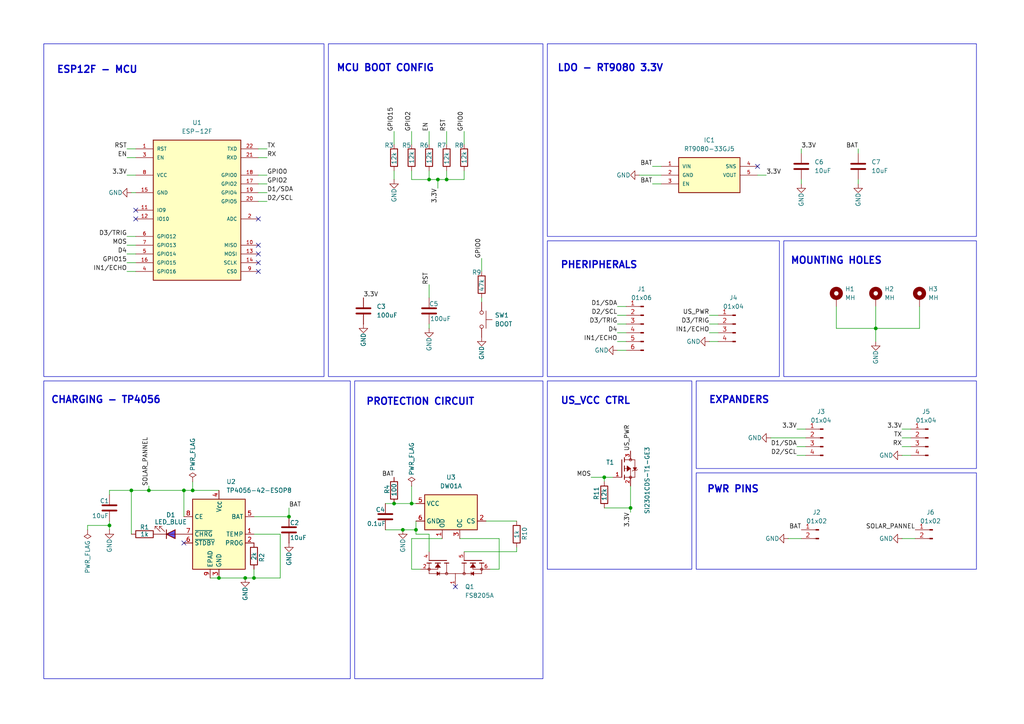
<source format=kicad_sch>
(kicad_sch (version 20250114) (generator "eeschema") (generator_version "9.0")
  (paper "A4")
  (title_block (title "TwinNode: Low-Power Water Level Monitor") (date "2026-01-01") (rev "V0") (company "Company : Collaboration") (comment 1 "Outdoor Node "))
  (lib_symbols
    (symbol "Battery_Management:DW01A"
      (property "Reference" "U" (at -6.604 6.35 0))
      (property "Value" "DW01A" (at 4.318 6.604 0))
      (symbol "DW01A_0_1"
        (pin power_in line (at -10.16 2.54 0) (length 2.54) (name "VCC") (number "5"))
        (pin power_in line (at -10.16 -2.54 0) (length 2.54) (name "GND") (number "6"))
        (pin output line (at -2.54 -7.62 90) (length 2.54) (name "OD") (number "1"))
        (pin output line (at 2.54 -7.62 90) (length 2.54) (name "OC") (number "3"))
        (pin input line (at 10.16 -2.54 180) (length 2.54) (name "CS") (number "2"))
      )
      (symbol "DW01A_1_1"
        (rectangle (start -7.62 5.08) (end 7.62 -5.08) (stroke (width 0.254)) (fill (type background)))
        (pin no_connect line (at 10.16 2.54 180) (length 2.54) (hide yes) (name "TD") (number "4"))
      )
    )
    (symbol "Battery_Management:TP4056-42-ESOP8"
      (property "Reference" "U" (at -6.604 11.684 0))
      (property "Value" "TP4056-42-ESOP8" (at 10.16 11.684 0))
      (symbol "TP4056-42-ESOP8_1_0"
        (pin input line (at -10.16 5.08 0) (length 2.54) (name "CE") (number "8"))
        (pin open_collector line (at -10.16 0 0) (length 2.54) (name "~{CHRG}") (number "7"))
        (pin open_collector line (at -10.16 -2.54 0) (length 2.54) (name "~{STDBY}") (number "6"))
        (pin passive line (at -2.54 -12.7 90) (length 2.54) (name "EPAD") (number "9"))
        (pin power_in line (at 0 12.7 270) (length 2.54) (name "V_{CC}") (number "4"))
        (pin power_in line (at 0 -12.7 90) (length 2.54) (name "GND") (number "3"))
        (pin power_out line (at 10.16 5.08 180) (length 2.54) (name "BAT") (number "5"))
        (pin input line (at 10.16 0 180) (length 2.54) (name "TEMP") (number "1"))
        (pin passive line (at 10.16 -2.54 180) (length 2.54) (name "PROG") (number "2"))
      )
      (symbol "TP4056-42-ESOP8_1_1"
        (rectangle (start -7.62 10.16) (end 7.62 -10.16) (stroke (width 0.254)) (fill (type background)))
      )
    )
    (symbol "Connector:Conn_01x02_Pin" (pin_names (offset 1.016) (hide yes))
      (property "Reference" "J" (at 0 2.54 0))
      (property "Value" "Conn_01x02_Pin" (at 0 -5.08 0))
      (symbol "Conn_01x02_Pin_1_1"
        (rectangle (start 0.8636 0.127) (end 0 -0.127) (stroke (width 0.1524)) (fill (type outline)))
        (rectangle (start 0.8636 -2.413) (end 0 -2.667) (stroke (width 0.1524)) (fill (type outline)))
        (polyline (pts (xy 1.27 0) (xy 0.8636 0)) (stroke (width 0.1524)))
        (polyline (pts (xy 1.27 -2.54) (xy 0.8636 -2.54)) (stroke (width 0.1524)))
        (pin passive line (at 5.08 0 180) (length 3.81) (name "Pin_1") (number "1"))
        (pin passive line (at 5.08 -2.54 180) (length 3.81) (name "Pin_2") (number "2"))
      )
    )
    (symbol "Connector:Conn_01x04_Pin" (pin_names (offset 1.016) (hide yes))
      (property "Reference" "J" (at 0 5.08 0))
      (property "Value" "Conn_01x04_Pin" (at 0 -7.62 0))
      (symbol "Conn_01x04_Pin_1_1"
        (rectangle (start 0.8636 2.667) (end 0 2.413) (stroke (width 0.1524)) (fill (type outline)))
        (rectangle (start 0.8636 0.127) (end 0 -0.127) (stroke (width 0.1524)) (fill (type outline)))
        (rectangle (start 0.8636 -2.413) (end 0 -2.667) (stroke (width 0.1524)) (fill (type outline)))
        (rectangle (start 0.8636 -4.953) (end 0 -5.207) (stroke (width 0.1524)) (fill (type outline)))
        (polyline (pts (xy 1.27 2.54) (xy 0.8636 2.54)) (stroke (width 0.1524)))
        (polyline (pts (xy 1.27 0) (xy 0.8636 0)) (stroke (width 0.1524)))
        (polyline (pts (xy 1.27 -2.54) (xy 0.8636 -2.54)) (stroke (width 0.1524)))
        (polyline (pts (xy 1.27 -5.08) (xy 0.8636 -5.08)) (stroke (width 0.1524)))
        (pin passive line (at 5.08 2.54 180) (length 3.81) (name "Pin_1") (number "1"))
        (pin passive line (at 5.08 0 180) (length 3.81) (name "Pin_2") (number "2"))
        (pin passive line (at 5.08 -2.54 180) (length 3.81) (name "Pin_3") (number "3"))
        (pin passive line (at 5.08 -5.08 180) (length 3.81) (name "Pin_4") (number "4"))
      )
    )
    (symbol "Connector:Conn_01x06_Pin" (pin_names (offset 1.016) (hide yes))
      (property "Reference" "J" (at 0 7.62 0))
      (property "Value" "Conn_01x06_Pin" (at 0 -10.16 0))
      (symbol "Conn_01x06_Pin_1_1"
        (rectangle (start 0.8636 5.207) (end 0 4.953) (stroke (width 0.1524)) (fill (type outline)))
        (rectangle (start 0.8636 2.667) (end 0 2.413) (stroke (width 0.1524)) (fill (type outline)))
        (rectangle (start 0.8636 0.127) (end 0 -0.127) (stroke (width 0.1524)) (fill (type outline)))
        (rectangle (start 0.8636 -2.413) (end 0 -2.667) (stroke (width 0.1524)) (fill (type outline)))
        (rectangle (start 0.8636 -4.953) (end 0 -5.207) (stroke (width 0.1524)) (fill (type outline)))
        (rectangle (start 0.8636 -7.493) (end 0 -7.747) (stroke (width 0.1524)) (fill (type outline)))
        (polyline (pts (xy 1.27 5.08) (xy 0.8636 5.08)) (stroke (width 0.1524)))
        (polyline (pts (xy 1.27 2.54) (xy 0.8636 2.54)) (stroke (width 0.1524)))
        (polyline (pts (xy 1.27 0) (xy 0.8636 0)) (stroke (width 0.1524)))
        (polyline (pts (xy 1.27 -2.54) (xy 0.8636 -2.54)) (stroke (width 0.1524)))
        (polyline (pts (xy 1.27 -5.08) (xy 0.8636 -5.08)) (stroke (width 0.1524)))
        (polyline (pts (xy 1.27 -7.62) (xy 0.8636 -7.62)) (stroke (width 0.1524)))
        (pin passive line (at 5.08 5.08 180) (length 3.81) (name "Pin_1") (number "1"))
        (pin passive line (at 5.08 2.54 180) (length 3.81) (name "Pin_2") (number "2"))
        (pin passive line (at 5.08 0 180) (length 3.81) (name "Pin_3") (number "3"))
        (pin passive line (at 5.08 -2.54 180) (length 3.81) (name "Pin_4") (number "4"))
        (pin passive line (at 5.08 -5.08 180) (length 3.81) (name "Pin_5") (number "5"))
        (pin passive line (at 5.08 -7.62 180) (length 3.81) (name "Pin_6") (number "6"))
      )
    )
    (symbol "Device:C" (pin_numbers (hide yes)) (pin_names (offset 0.254))
      (property "Reference" "C" (at 0.635 2.54 0))
      (property "Value" "C" (at 0.635 -2.54 0))
      (symbol "C_0_1"
        (polyline (pts (xy -2.032 0.762) (xy 2.032 0.762)) (stroke (width 0.508)))
        (polyline (pts (xy -2.032 -0.762) (xy 2.032 -0.762)) (stroke (width 0.508)))
      )
      (symbol "C_1_1"
        (pin passive line (at 0 3.81 270) (length 2.794) (name "~") (number "1"))
        (pin passive line (at 0 -3.81 90) (length 2.794) (name "~") (number "2"))
      )
    )
    (symbol "Device:LED" (pin_numbers (hide yes)) (pin_names (offset 1.016) (hide yes))
      (property "Reference" "D1" (at 0 -5.588 0))
      (property "Value" "LED_BLUE" (at 0 -3.556 0))
      (symbol "LED_0_1"
        (polyline (pts (xy -3.048 -0.762) (xy -4.572 -2.286) (xy -3.81 -2.286) (xy -4.572 -2.286) (xy -4.572 -1.524)))
        (polyline (pts (xy -1.778 -0.762) (xy -3.302 -2.286) (xy -2.54 -2.286) (xy -3.302 -2.286) (xy -3.302 -1.524)))
        (polyline (pts (xy -1.27 0) (xy 1.27 0)))
        (polyline (pts (xy -1.27 -1.27) (xy -1.27 1.27)) (stroke (width 0.254)))
        (polyline (pts (xy 1.27 -1.27) (xy 1.27 1.27) (xy -1.27 0) (xy 1.27 -1.27)) (stroke (width 0.254)) (fill (type color) (color 0 0 255 0.65)))
      )
      (symbol "LED_1_1"
        (pin passive line (at -3.81 0 0) (length 2.54) (name "K") (number "1"))
        (pin passive line (at 3.81 0 180) (length 2.54) (name "A") (number "2"))
      )
    )
    (symbol "Device:R" (pin_numbers (hide yes)) (pin_names (offset 0))
      (property "Reference" "R" (at 2.032 0 90))
      (property "Value" "R" (at 0 0 90))
      (symbol "R_0_1"
        (rectangle (start -1.016 -2.54) (end 1.016 2.54) (stroke (width 0.254)))
      )
      (symbol "R_1_1"
        (pin passive line (at 0 3.81 270) (length 1.27) (name "~") (number "1"))
        (pin passive line (at 0 -3.81 90) (length 1.27) (name "~") (number "2"))
      )
    )
    (symbol "ESP-12F:ESP-12F" (pin_names (offset 1.016))
      (property "Reference" "U" (at -12.7254 22.9057 0))
      (property "Value" "ESP-12F" (at -12.7237 -22.9026 0))
      (symbol "ESP-12F_0_0"
        (rectangle (start -12.7 -20.32) (end 12.7 20.32) (stroke (width 0.254)) (fill (type background)))
        (pin bidirectional line (at -17.78 17.78 0) (length 5.08) (name "RST") (number "1"))
        (pin bidirectional line (at -17.78 15.24 0) (length 5.08) (name "EN") (number "3"))
        (pin bidirectional line (at -17.78 10.16 0) (length 5.08) (name "VCC") (number "8"))
        (pin bidirectional line (at -17.78 5.08 0) (length 5.08) (name "GND") (number "15"))
        (pin bidirectional line (at -17.78 0 0) (length 5.08) (name "IO9") (number "11"))
        (pin bidirectional line (at -17.78 -2.54 0) (length 5.08) (name "IO10") (number "12"))
        (pin bidirectional line (at -17.78 -7.62 0) (length 5.08) (name "GPIO12") (number "6"))
        (pin bidirectional line (at -17.78 -10.16 0) (length 5.08) (name "GPIO13") (number "7"))
        (pin bidirectional line (at -17.78 -12.7 0) (length 5.08) (name "GPIO14") (number "5"))
        (pin bidirectional line (at -17.78 -15.24 0) (length 5.08) (name "GPIO15") (number "16"))
        (pin bidirectional line (at -17.78 -17.78 0) (length 5.08) (name "GPIO16") (number "4"))
        (pin bidirectional line (at 17.78 17.78 180) (length 5.08) (name "TXD") (number "22"))
        (pin bidirectional line (at 17.78 15.24 180) (length 5.08) (name "RXD") (number "21"))
        (pin bidirectional line (at 17.78 10.16 180) (length 5.08) (name "GPIO0") (number "18"))
        (pin bidirectional line (at 17.78 7.62 180) (length 5.08) (name "GPIO2") (number "17"))
        (pin bidirectional line (at 17.78 5.08 180) (length 5.08) (name "GPIO4") (number "19"))
        (pin bidirectional line (at 17.78 2.54 180) (length 5.08) (name "GPIO5") (number "20"))
        (pin bidirectional line (at 17.78 -2.54 180) (length 5.08) (name "ADC") (number "2"))
        (pin bidirectional line (at 17.78 -10.16 180) (length 5.08) (name "MISO") (number "10"))
        (pin bidirectional line (at 17.78 -12.7 180) (length 5.08) (name "MOSI") (number "13"))
        (pin bidirectional line (at 17.78 -15.24 180) (length 5.08) (name "SCLK") (number "14"))
        (pin bidirectional line (at 17.78 -17.78 180) (length 5.08) (name "CS0") (number "9"))
      )
    )
    (symbol "FS8205A:FS8205A" (pin_names (offset 1.016))
      (property "Reference" "Q" (at -11.43 7.62 0))
      (property "Value" "FS8205A" (at -11.43 -12.7 0))
      (symbol "FS8205A_0_0"
        (polyline (pts (xy -2.54 7.62) (xy -2.54 2.54)) (stroke (width 0.254)))
        (polyline (pts (xy -2.54 -2.54) (xy -2.54 -7.62)) (stroke (width 0.254)))
        (polyline (pts (xy -1.778 8.255) (xy -1.778 7.62)) (stroke (width 0.254)))
        (polyline (pts (xy -1.778 7.62) (xy -1.778 6.985)) (stroke (width 0.254)))
        (polyline (pts (xy -1.778 7.62) (xy 1.27 7.62)) (stroke (width 0.1524)))
        (polyline (pts (xy -1.778 5.842) (xy -1.778 5.08)) (stroke (width 0.254)))
        (polyline (pts (xy -1.778 5.08) (xy -1.778 4.318)) (stroke (width 0.254)))
        (polyline (pts (xy -1.778 5.08) (xy 0 5.08)) (stroke (width 0.1524)))
        (polyline (pts (xy -1.778 3.175) (xy -1.778 2.54)) (stroke (width 0.254)))
        (polyline (pts (xy -1.778 2.54) (xy -1.778 1.905)) (stroke (width 0.254)))
        (polyline (pts (xy -1.778 -1.905) (xy -1.778 -2.54)) (stroke (width 0.254)))
        (polyline (pts (xy -1.778 -2.54) (xy -1.778 -3.175)) (stroke (width 0.254)))
        (polyline (pts (xy -1.778 -2.54) (xy 1.27 -2.54)) (stroke (width 0.1524)))
        (polyline (pts (xy -1.778 -4.318) (xy -1.778 -5.08)) (stroke (width 0.254)))
        (polyline (pts (xy -1.778 -5.08) (xy -1.778 -5.842)) (stroke (width 0.254)))
        (polyline (pts (xy -1.778 -5.08) (xy 0 -5.08)) (stroke (width 0.1524)))
        (polyline (pts (xy -1.778 -6.985) (xy -1.778 -7.62)) (stroke (width 0.254)))
        (polyline (pts (xy -1.778 -7.62) (xy -1.778 -8.255)) (stroke (width 0.254)))
        (polyline (pts (xy -1.524 5.08) (xy -0.508 5.842) (xy -0.508 4.318) (xy -1.524 5.08)) (stroke (width 0.1524)) (fill (type outline)))
        (polyline (pts (xy -1.524 -5.08) (xy -0.508 -4.318) (xy -0.508 -5.842) (xy -1.524 -5.08)) (stroke (width 0.1524)) (fill (type outline)))
        (circle (center 0 7.62) (radius 0.3592))
        (polyline (pts (xy 0 7.62) (xy 0 5.08)) (stroke (width 0.1524)))
        (polyline (pts (xy 0 -5.08) (xy 0 -7.62)) (stroke (width 0.1524)))
        (polyline (pts (xy 0 -7.62) (xy -1.778 -7.62)) (stroke (width 0.1524)))
        (polyline (pts (xy 0 -7.62) (xy 1.27 -7.62)) (stroke (width 0.1524)))
        (circle (center 0 -7.62) (radius 0.3592))
        (polyline (pts (xy 0.762 4.572) (xy 1.27 4.572)) (stroke (width 0.1524)))
        (polyline (pts (xy 1.27 4.572) (xy 1.27 7.62)) (stroke (width 0.1524)))
        (polyline (pts (xy 1.27 4.572) (xy 1.778 4.572)) (stroke (width 0.1524)))
        (polyline (pts (xy 1.27 4.572) (xy 1.778 5.334) (xy 0.762 5.334) (xy 1.27 4.572)) (stroke (width 0.1524)) (fill (type outline)))
        (polyline (pts (xy 1.27 2.54) (xy -1.778 2.54)) (stroke (width 0.1524)))
        (polyline (pts (xy 1.27 2.54) (xy 1.27 4.572)) (stroke (width 0.1524)))
        (circle (center 1.27 2.54) (radius 0.3592))
        (polyline (pts (xy 1.27 0) (xy 1.27 2.54)) (stroke (width 0.1524)))
        (polyline (pts (xy 1.27 0) (xy 2.54 0)) (stroke (width 0.1524)))
        (polyline (pts (xy 1.27 -2.54) (xy 1.27 0)) (stroke (width 0.1524)))
        (polyline (pts (xy 1.27 -2.54) (xy 1.27 -4.572)) (stroke (width 0.1524)))
        (circle (center 1.27 -2.54) (radius 0.3592))
        (polyline (pts (xy 1.27 -4.572) (xy 0.762 -4.572)) (stroke (width 0.1524)))
        (polyline (pts (xy 1.27 -4.572) (xy 1.27 -7.62)) (stroke (width 0.1524)))
        (polyline (pts (xy 1.27 -4.572) (xy 0.762 -5.334) (xy 1.778 -5.334) (xy 1.27 -4.572)) (stroke (width 0.1524)) (fill (type outline)))
        (polyline (pts (xy 1.778 -4.572) (xy 1.27 -4.572)) (stroke (width 0.1524)))
        (pin passive line (at -5.08 2.54 0) (length 2.54) (name "~") (number "5"))
        (pin passive line (at -5.08 -7.62 0) (length 2.54) (name "~") (number "4"))
        (pin passive line (at 0 10.16 270) (length 2.54) (name "~") (number "6"))
        (pin passive line (at 0 10.16 270) (length 2.54) (hide yes) (name "~") (number "7"))
        (pin passive line (at 0 -10.16 90) (length 2.54) (name "~") (number "2"))
        (pin passive line (at 0 -10.16 90) (length 2.54) (hide yes) (name "~") (number "3"))
        (pin passive line (at 5.08 0 180) (length 2.54) (name "~") (number "1"))
        (pin passive line (at 5.08 0 180) (length 2.54) (hide yes) (name "~") (number "8"))
      )
    )
    (symbol "Mechanical:MountingHole_Pad" (pin_numbers (hide yes)) (pin_names (offset 1.016) (hide yes)) (in_bom no)
      (property "Reference" "H" (at 0 6.35 0))
      (property "Value" "MountingHole_Pad" (at 0 4.445 0))
      (symbol "MountingHole_Pad_0_1"
        (circle (center 0 1.27) (radius 1.27) (stroke (width 1.27)))
      )
      (symbol "MountingHole_Pad_1_1"
        (pin input line (at 0 -2.54 90) (length 2.54) (name "1") (number "1"))
      )
    )
    (symbol "RT9080-33GJ5:RT9080-33GJ5" (pin_names (offset 1.016))
      (property "Reference" "IC" (at 24.13 7.62 0))
      (property "Value" "RT9080-33GJ5" (at 24.13 5.08 0))
      (symbol "RT9080-33GJ5_0_0"
        (rectangle (start 5.08 -7.62) (end 22.86 2.54) (stroke (width 0.254)) (fill (type background)))
        (pin bidirectional line (at 0 0 0) (length 5.08) (name "VIN") (number "1"))
        (pin bidirectional line (at 0 -2.54 0) (length 5.08) (name "GND") (number "2"))
        (pin bidirectional line (at 0 -5.08 0) (length 5.08) (name "EN") (number "3"))
        (pin bidirectional line (at 27.94 0 180) (length 5.08) (name "SNS") (number "4"))
        (pin bidirectional line (at 27.94 -2.54 180) (length 5.08) (name "VOUT") (number "5"))
      )
    )
    (symbol "SI2301CDS-T1-GE3:SI2301CDS-T1-GE3" (pin_names (offset 1.016))
      (property "Value" "SI2301CDS-T1-GE3" (at -6.35 -3.81 0))
      (symbol "SI2301CDS-T1-GE3_0_0"
        (polyline (pts (xy 0 -2.54) (xy 0 2.54)) (stroke (width 0.254)))
        (polyline (pts (xy 0.762 2.54) (xy 0.762 3.175)) (stroke (width 0.254)))
        (polyline (pts (xy 0.762 1.905) (xy 0.762 2.54)) (stroke (width 0.254)))
        (polyline (pts (xy 0.762 0) (xy 0.762 0.762)) (stroke (width 0.254)))
        (polyline (pts (xy 0.762 0) (xy 2.54 0)) (stroke (width 0.1524)))
        (polyline (pts (xy 0.762 -0.762) (xy 0.762 0)) (stroke (width 0.254)))
        (polyline (pts (xy 0.762 -2.54) (xy 0.762 -1.905)) (stroke (width 0.254)))
        (polyline (pts (xy 0.762 -2.54) (xy 3.81 -2.54)) (stroke (width 0.1524)))
        (polyline (pts (xy 0.762 -3.175) (xy 0.762 -2.54)) (stroke (width 0.254)))
        (polyline (pts (xy 2.54 2.54) (xy 0.762 2.54)) (stroke (width 0.1524)))
        (polyline (pts (xy 2.54 2.54) (xy 3.81 2.54)) (stroke (width 0.1524)))
        (circle (center 2.54 2.54) (radius 0.3592))
        (polyline (pts (xy 2.54 0) (xy 2.54 2.54)) (stroke (width 0.1524)))
        (polyline (pts (xy 2.54 0) (xy 1.524 0.762) (xy 1.524 -0.762) (xy 2.54 0)) (stroke (width 0.1524)) (fill (type outline)))
        (circle (center 2.54 -2.54) (radius 0.3592))
        (polyline (pts (xy 3.048 0.762) (xy 3.302 0.508)) (stroke (width 0.1524)))
        (polyline (pts (xy 3.302 0.508) (xy 3.81 0.508)) (stroke (width 0.1524)))
        (polyline (pts (xy 3.81 0.508) (xy 3.81 2.54)) (stroke (width 0.1524)))
        (polyline (pts (xy 3.81 0.508) (xy 4.318 0.508)) (stroke (width 0.1524)))
        (polyline (pts (xy 3.81 0.508) (xy 4.318 -0.254) (xy 3.302 -0.254) (xy 3.81 0.508)) (stroke (width 0.1524)) (fill (type outline)))
        (polyline (pts (xy 3.81 -2.54) (xy 3.81 0.508)) (stroke (width 0.1524)))
        (polyline (pts (xy 4.318 0.508) (xy 4.572 0.254)) (stroke (width 0.1524)))
        (pin passive line (at -2.54 2.54 0) (length 2.54) (name "~") (number "1"))
        (pin passive line (at 2.54 5.08 270) (length 2.54) (name "~") (number "2"))
        (pin passive line (at 2.54 -5.08 90) (length 2.54) (name "~") (number "3"))
      )
    )
    (symbol "Switch:SW_Push" (pin_numbers (hide yes)) (pin_names (offset 1.016) (hide yes))
      (property "Reference" "SW" (at 1.27 2.54 0))
      (property "Value" "SW_Push" (at 0 -1.524 0))
      (symbol "SW_Push_0_1"
        (circle (center -2.032 0) (radius 0.508))
        (polyline (pts (xy 0 1.27) (xy 0 3.048)))
        (circle (center 2.032 0) (radius 0.508))
        (polyline (pts (xy 2.54 1.27) (xy -2.54 1.27)))
        (pin passive line (at -5.08 0 0) (length 2.54) (name "1") (number "1"))
        (pin passive line (at 5.08 0 180) (length 2.54) (name "2") (number "2"))
      )
    )
    (symbol "power:GND" (power) (pin_numbers (hide yes)) (pin_names (offset 0) (hide yes))
      (property "Value" "GND" (at 0 -3.81 0))
      (symbol "GND_0_1"
        (polyline (pts (xy 0 0) (xy 0 -1.27) (xy 1.27 -1.27) (xy 0 -2.54) (xy -1.27 -1.27) (xy 0 -1.27)))
      )
      (symbol "GND_1_1"
        (pin power_in line (at 0 0 270) (length 0) (name "~") (number "1"))
      )
    )
    (symbol "power:PWR_FLAG" (power) (pin_numbers (hide yes)) (pin_names (offset 0) (hide yes))
      (property "Value" "PWR_FLAG" (at 0 3.81 0))
      (symbol "PWR_FLAG_0_0"
        (pin power_out line (at 0 0 90) (length 0) (name "~") (number "1"))
      )
      (symbol "PWR_FLAG_0_1"
        (polyline (pts (xy 0 0) (xy 0 1.27) (xy -1.016 1.905) (xy 0 2.54) (xy 1.016 1.905) (xy 0 1.27)))
      )
    )
  )
  (rectangle (start 158.75 12.7) (end 283.21 68.58))
  (rectangle (start 102.87 110.49) (end 157.48 196.85))
  (rectangle (start 158.75 69.85) (end 226.06 109.22))
  (rectangle (start 201.93 110.49) (end 283.21 135.89))
  (rectangle (start 201.93 137.16) (end 283.21 165.1))
  (rectangle (start 12.7 110.49) (end 101.6 196.85))
  (rectangle (start 95.25 12.7) (end 157.48 109.22))
  (rectangle (start 12.7 12.7) (end 93.98 109.22))
  (rectangle (start 227.33 69.85) (end 283.21 109.22))
  (rectangle (start 158.75 110.49) (end 200.66 165.1))
  (text "MCU BOOT CONFIG" (at 111.76 19.812 0) (effects (font (size 2 2) (thickness 0.4) (bold yes))))
  (text "LDO - RT9080 3.3V\n" (at 177.038 19.812 0) (effects (font (size 2 2) (thickness 0.4) (bold yes))))
  (text "US_VCC CTRL" (at 172.72 116.332 0) (effects (font (size 2 2) (thickness 0.4) (bold yes))))
  (text "ESP12F - MCU\n" (at 28.194 20.32 0) (effects (font (size 2 2) (thickness 0.4) (bold yes))))
  (text "PWR PINS\n" (at 212.598 141.986 0) (effects (font (size 2 2) (thickness 0.4) (bold yes))))
  (text "CHARGING - TP4056" (at 30.734 116.078 0) (effects (font (size 2 2) (thickness 0.4) (bold yes))))
  (text "PHERIPHERALS\n" (at 173.736 76.962 0) (effects (font (size 2 2) (thickness 0.4) (bold yes))))
  (text "EXPANDERS\n" (at 214.376 116.078 0) (effects (font (size 2 2) (thickness 0.4) (bold yes))))
  (text "MOUNTING HOLES\n" (at 242.57 75.692 0) (effects (font (size 2 2) (thickness 0.4) (bold yes))))
  (text "PROTECTION CIRCUIT" (at 121.92 116.586 0) (effects (font (size 2 2) (thickness 0.4) (bold yes))))
  (junction (at 31.75 152.4))
  (junction (at 254 95.25))
  (junction (at 55.88 142.24))
  (junction (at 129.54 52.07))
  (junction (at 127 52.07))
  (junction (at 71.12 167.64))
  (junction (at 43.18 142.24))
  (junction (at 175.26 138.43))
  (junction (at 116.84 153.67))
  (junction (at 38.1 142.24))
  (junction (at 182.88 147.32))
  (junction (at 119.38 146.05))
  (junction (at 53.34 142.24))
  (junction (at 124.46 52.07))
  (junction (at 73.66 167.64))
  (junction (at 120.65 153.67))
  (junction (at 63.5 167.64))
  (junction (at 114.3 146.05))
  (junction (at 83.82 149.86))
  (no_connect (at 39.37 63.5))
  (no_connect (at 53.34 157.48))
  (no_connect (at 219.71 48.26))
  (no_connect (at 74.93 73.66))
  (no_connect (at 132.08 170.18))
  (no_connect (at 74.93 78.74))
  (no_connect (at 74.93 71.12))
  (no_connect (at 74.93 63.5))
  (no_connect (at 74.93 76.2))
  (no_connect (at 39.37 60.96))
  (wire (pts (xy 119.38 49.53) (xy 119.38 52.07)))
  (wire (pts (xy 242.57 95.25) (xy 254 95.25)))
  (wire (pts (xy 31.75 142.24) (xy 38.1 142.24)))
  (wire (pts (xy 127 52.07) (xy 129.54 52.07)))
  (wire (pts (xy 53.34 142.24) (xy 55.88 142.24)))
  (wire (pts (xy 36.83 78.74) (xy 39.37 78.74)))
  (wire (pts (xy 254 88.9) (xy 254 95.25)))
  (wire (pts (xy 140.97 151.13) (xy 149.86 151.13)))
  (wire (pts (xy 254 95.25) (xy 266.7 95.25)))
  (wire (pts (xy 77.47 58.42) (xy 74.93 58.42)))
  (wire (pts (xy 232.41 53.34) (xy 232.41 52.07)))
  (wire (pts (xy 60.96 167.64) (xy 63.5 167.64)))
  (wire (pts (xy 77.47 55.88) (xy 74.93 55.88)))
  (wire (pts (xy 77.47 53.34) (xy 74.93 53.34)))
  (wire (pts (xy 120.65 151.13) (xy 120.65 153.67)))
  (wire (pts (xy 129.54 49.53) (xy 129.54 52.07)))
  (wire (pts (xy 119.38 146.05) (xy 120.65 146.05)))
  (wire (pts (xy 261.62 132.08) (xy 264.16 132.08)))
  (wire (pts (xy 114.3 49.53) (xy 114.3 52.07)))
  (wire (pts (xy 261.62 129.54) (xy 264.16 129.54)))
  (wire (pts (xy 81.28 154.94) (xy 81.28 167.64)))
  (wire (pts (xy 142.24 165.1) (xy 144.78 165.1)))
  (wire (pts (xy 134.62 160.02) (xy 149.86 160.02)))
  (wire (pts (xy 185.42 50.8) (xy 191.77 50.8)))
  (wire (pts (xy 139.7 74.93) (xy 139.7 78.74)))
  (wire (pts (xy 43.18 140.97) (xy 43.18 142.24)))
  (wire (pts (xy 43.18 142.24) (xy 53.34 142.24)))
  (wire (pts (xy 254 99.06) (xy 254 95.25)))
  (wire (pts (xy 119.38 140.97) (xy 119.38 146.05)))
  (wire (pts (xy 124.46 52.07) (xy 127 52.07)))
  (wire (pts (xy 73.66 167.64) (xy 71.12 167.64)))
  (wire (pts (xy 228.6 156.21) (xy 232.41 156.21)))
  (wire (pts (xy 124.46 93.98) (xy 124.46 95.25)))
  (wire (pts (xy 232.41 43.18) (xy 232.41 44.45)))
  (wire (pts (xy 179.07 99.06) (xy 181.61 99.06)))
  (wire (pts (xy 179.07 91.44) (xy 181.61 91.44)))
  (wire (pts (xy 179.07 96.52) (xy 181.61 96.52)))
  (wire (pts (xy 53.34 149.86) (xy 53.34 142.24)))
  (wire (pts (xy 205.74 93.98) (xy 208.28 93.98)))
  (wire (pts (xy 36.83 50.8) (xy 39.37 50.8)))
  (wire (pts (xy 36.83 71.12) (xy 39.37 71.12)))
  (wire (pts (xy 231.14 124.46) (xy 233.68 124.46)))
  (wire (pts (xy 119.38 38.1) (xy 119.38 41.91)))
  (wire (pts (xy 248.92 53.34) (xy 248.92 52.07)))
  (wire (pts (xy 55.88 142.24) (xy 63.5 142.24)))
  (wire (pts (xy 77.47 45.72) (xy 74.93 45.72)))
  (wire (pts (xy 242.57 88.9) (xy 242.57 95.25)))
  (wire (pts (xy 175.26 138.43) (xy 177.8 138.43)))
  (wire (pts (xy 124.46 38.1) (xy 124.46 41.91)))
  (wire (pts (xy 114.3 146.05) (xy 119.38 146.05)))
  (wire (pts (xy 71.12 167.64) (xy 63.5 167.64)))
  (wire (pts (xy 205.74 96.52) (xy 208.28 96.52)))
  (wire (pts (xy 36.83 73.66) (xy 39.37 73.66)))
  (wire (pts (xy 144.78 165.1) (xy 144.78 156.21)))
  (wire (pts (xy 182.88 148.59) (xy 182.88 147.32)))
  (wire (pts (xy 25.4 153.67) (xy 25.4 152.4)))
  (wire (pts (xy 124.46 160.02) (xy 124.46 154.94)))
  (wire (pts (xy 36.83 76.2) (xy 39.37 76.2)))
  (wire (pts (xy 55.88 139.7) (xy 55.88 142.24)))
  (wire (pts (xy 261.62 124.46) (xy 264.16 124.46)))
  (wire (pts (xy 36.83 45.72) (xy 39.37 45.72)))
  (wire (pts (xy 36.83 43.18) (xy 39.37 43.18)))
  (wire (pts (xy 124.46 52.07) (xy 124.46 49.53)))
  (wire (pts (xy 119.38 156.21) (xy 119.38 165.1)))
  (wire (pts (xy 73.66 154.94) (xy 81.28 154.94)))
  (wire (pts (xy 144.78 156.21) (xy 133.35 156.21)))
  (wire (pts (xy 231.14 132.08) (xy 233.68 132.08)))
  (wire (pts (xy 119.38 52.07) (xy 124.46 52.07)))
  (wire (pts (xy 124.46 82.55) (xy 124.46 86.36)))
  (wire (pts (xy 83.82 147.32) (xy 83.82 149.86)))
  (wire (pts (xy 114.3 38.1) (xy 114.3 41.91)))
  (wire (pts (xy 231.14 129.54) (xy 233.68 129.54)))
  (wire (pts (xy 31.75 142.24) (xy 31.75 143.51)))
  (wire (pts (xy 31.75 152.4) (xy 31.75 151.13)))
  (wire (pts (xy 119.38 165.1) (xy 121.92 165.1)))
  (wire (pts (xy 116.84 153.67) (xy 111.76 153.67)))
  (wire (pts (xy 111.76 146.05) (xy 114.3 146.05)))
  (wire (pts (xy 31.75 153.67) (xy 31.75 152.4)))
  (wire (pts (xy 129.54 52.07) (xy 134.62 52.07)))
  (wire (pts (xy 25.4 152.4) (xy 31.75 152.4)))
  (wire (pts (xy 73.66 165.1) (xy 73.66 167.64)))
  (wire (pts (xy 139.7 86.36) (xy 139.7 87.63)))
  (wire (pts (xy 261.62 156.21) (xy 265.43 156.21)))
  (wire (pts (xy 205.74 99.06) (xy 208.28 99.06)))
  (wire (pts (xy 120.65 154.94) (xy 120.65 153.67)))
  (wire (pts (xy 77.47 43.18) (xy 74.93 43.18)))
  (wire (pts (xy 266.7 88.9) (xy 266.7 95.25)))
  (wire (pts (xy 261.62 127) (xy 264.16 127)))
  (wire (pts (xy 189.23 48.26) (xy 191.77 48.26)))
  (wire (pts (xy 127 52.07) (xy 127 54.61)))
  (wire (pts (xy 38.1 142.24) (xy 38.1 154.94)))
  (wire (pts (xy 205.74 91.44) (xy 208.28 91.44)))
  (wire (pts (xy 120.65 153.67) (xy 116.84 153.67)))
  (wire (pts (xy 182.88 147.32) (xy 182.88 140.97)))
  (wire (pts (xy 189.23 53.34) (xy 191.77 53.34)))
  (wire (pts (xy 179.07 93.98) (xy 181.61 93.98)))
  (wire (pts (xy 124.46 154.94) (xy 120.65 154.94)))
  (wire (pts (xy 38.1 55.88) (xy 39.37 55.88)))
  (wire (pts (xy 81.28 167.64) (xy 73.66 167.64)))
  (wire (pts (xy 36.83 68.58) (xy 39.37 68.58)))
  (wire (pts (xy 179.07 88.9) (xy 181.61 88.9)))
  (wire (pts (xy 171.45 138.43) (xy 175.26 138.43)))
  (wire (pts (xy 179.07 101.6) (xy 181.61 101.6)))
  (wire (pts (xy 129.54 38.1) (xy 129.54 41.91)))
  (wire (pts (xy 175.26 138.43) (xy 175.26 139.7)))
  (wire (pts (xy 223.52 127) (xy 233.68 127)))
  (wire (pts (xy 222.25 50.8) (xy 219.71 50.8)))
  (wire (pts (xy 149.86 160.02) (xy 149.86 158.75)))
  (wire (pts (xy 38.1 142.24) (xy 43.18 142.24)))
  (wire (pts (xy 248.92 43.18) (xy 248.92 44.45)))
  (wire (pts (xy 134.62 38.1) (xy 134.62 41.91)))
  (wire (pts (xy 134.62 49.53) (xy 134.62 52.07)))
  (wire (pts (xy 73.66 149.86) (xy 83.82 149.86)))
  (wire (pts (xy 77.47 50.8) (xy 74.93 50.8)))
  (wire (pts (xy 175.26 147.32) (xy 182.88 147.32)))
  (wire (pts (xy 128.27 156.21) (xy 119.38 156.21)))
  (label "D2{slash}SCL" (at 231.14 132.08 180))
  (label "GPIO0" (at 77.47 50.8 0))
  (label "EN" (at 36.83 45.72 180))
  (label "3.3V" (at 182.88 148.59 270))
  (label "RST" (at 124.46 82.55 90))
  (label "US_PWR" (at 205.74 91.44 180))
  (label "D4" (at 36.83 73.66 180))
  (label "GPIO0" (at 139.7 74.93 90))
  (label "RST" (at 36.83 43.18 180))
  (label "GPIO0" (at 134.62 38.1 90))
  (label "D1{slash}SDA" (at 77.47 55.88 0))
  (label "D1{slash}SDA" (at 231.14 129.54 180))
  (label "MOS" (at 171.45 138.43 180))
  (label "IN1{slash}ECHO" (at 179.07 99.06 180))
  (label "3.3V" (at 231.14 124.46 180))
  (label "D4" (at 179.07 96.52 180))
  (label "SOLAR_PANNEL" (at 43.18 140.97 90))
  (label "BAT" (at 232.41 153.67 180))
  (label "GPIO15" (at 114.3 38.1 90))
  (label "D3{slash}TRIG" (at 179.07 93.98 180))
  (label "3.3V" (at 222.25 50.8 0))
  (label "IN1{slash}ECHO" (at 36.83 78.74 180))
  (label "BAT" (at 83.82 147.32 0))
  (label "3.3V" (at 36.83 50.8 180))
  (label "D2{slash}SCL" (at 77.47 58.42 0))
  (label "RX" (at 261.62 129.54 180))
  (label "IN1{slash}ECHO" (at 205.74 96.52 180))
  (label "3.3V" (at 232.41 43.18 0))
  (label "BAT" (at 248.92 43.18 180))
  (label "TX" (at 77.47 43.18 0))
  (label "3.3V" (at 127 54.61 270))
  (label "EN" (at 124.46 38.1 90))
  (label "SOLAR_PANNEL" (at 265.43 153.67 180))
  (label "GPIO2" (at 119.38 38.1 90))
  (label "BAT" (at 189.23 53.34 180))
  (label "D1{slash}SDA" (at 179.07 88.9 180))
  (label "D2{slash}SCL" (at 179.07 91.44 180))
  (label "BAT" (at 114.3 138.43 180))
  (label "GPIO15" (at 36.83 76.2 180))
  (label "BAT" (at 189.23 48.26 180))
  (label "D3{slash}TRIG" (at 36.83 68.58 180))
  (label "MOS" (at 36.83 71.12 180))
  (label "GPIO2" (at 77.47 53.34 0))
  (label "3.3V" (at 105.41 86.36 0))
  (label "RX" (at 77.47 45.72 0))
  (label "RST" (at 129.54 38.1 90))
  (label "TX" (at 261.62 127 180))
  (label "D3{slash}TRIG" (at 205.74 93.98 180))
  (label "US_PWR" (at 182.88 130.81 90))
  (label "3.3V" (at 261.62 124.46 180))
  (symbol (lib_id "Mechanical:MountingHole_Pad") (at 254 86.36 0) (unit 1) (in_bom no)
    (property "Reference" "H2" (at 256.54 83.8199 0) (effects (justify left)))
    (property "Value" "MH" (at 256.54 86.3599 0) (effects (justify left)))
    (property "Footprint" "MountingHole:MountingHole_3.2mm_M3_Pad_Via" (effects (hide yes)))
    (property "Description" "Mounting Hole with connection" (effects (hide yes)))
  )
  (symbol (lib_id "ESP-12F:ESP-12F") (at 57.15 60.96 0) (unit 1)
    (property "Reference" "U1" (at 57.15 35.56 0))
    (property "Value" "ESP-12F" (at 57.15 38.1 0))
    (property "Footprint" "ESP-12F:ESP-12F" (effects (hide yes)))
    (property "MF" "AI-Thinker" (effects (hide yes)))
    (property "Description_1" "WiFi Module" (effects (hide yes)))
    (property "Package" "Package" (effects (hide yes)))
    (property "Price" "None" (effects (hide yes)))
    (property "SnapEDA_Link" "https://www.snapeda.com/parts/ESP-12F/AI-Thinker/view-part/?ref=snap" (effects (hide yes)))
    (property "MP" "ESP-12F" (effects (hide yes)))
    (property "Availability" "Not in stock" (effects (hide yes)))
    (property "Check_prices" "https://www.snapeda.com/parts/ESP-12F/AI-Thinker/view-part/?ref=eda" (effects (hide yes)))
  )
  (symbol (lib_id "power:GND") (at 31.75 153.67 0) (unit 1)
    (property "Reference" "#PWR01" (effects (hide yes)))
    (property "Value" "GND" (at 31.75 156.21 90) (effects (justify right)))
    (property "Description" "Power symbol creates a global label with name \"GND\" , ground" (effects (hide yes)))
  )
  (symbol (lib_id "power:GND") (at 179.07 101.6 270) (unit 1)
    (property "Reference" "#PWR011" (effects (hide yes)))
    (property "Value" "GND" (at 176.53 101.6 90) (effects (justify right)))
    (property "Description" "Power symbol creates a global label with name \"GND\" , ground" (effects (hide yes)))
  )
  (symbol (lib_id "power:GND") (at 116.84 153.67 0) (unit 1)
    (property "Reference" "#PWR07" (effects (hide yes)))
    (property "Value" "GND" (at 116.84 156.21 90) (effects (justify right)))
    (property "Description" "Power symbol creates a global label with name \"GND\" , ground" (effects (hide yes)))
  )
  (symbol (lib_id "power:GND") (at 223.52 127 270) (unit 1)
    (property "Reference" "#PWR012" (effects (hide yes)))
    (property "Value" "GND" (at 220.98 127 90) (effects (justify right)))
    (property "Description" "Power symbol creates a global label with name \"GND\" , ground" (effects (hide yes)))
  )
  (symbol (lib_id "power:GND") (at 232.41 53.34 0) (unit 1)
    (property "Reference" "#PWR014" (effects (hide yes)))
    (property "Value" "GND" (at 232.41 55.88 90) (effects (justify right)))
    (property "Description" "Power symbol creates a global label with name \"GND\" , ground" (effects (hide yes)))
  )
  (symbol (lib_id "Connector:Conn_01x02_Pin") (at 237.49 153.67 0) (mirror y) (unit 1)
    (property "Reference" "J2" (at 236.855 148.59 0))
    (property "Value" "01x02" (at 236.855 151.13 0))
    (property "Footprint" "Connector_JST:JST_SH_SM02B-SRSS-TB_1x02-1MP_P1.00mm_Horizontal" (effects (hide yes)))
    (property "Description" "Generic connector, single row, 01x02, script generated" (effects (hide yes)))
  )
  (symbol (lib_id "power:GND") (at 185.42 50.8 270) (unit 1)
    (property "Reference" "#PWR010" (effects (hide yes)))
    (property "Value" "GND" (at 182.88 50.8 90) (effects (justify right)))
    (property "Description" "Power symbol creates a global label with name \"GND\" , ground" (effects (hide yes)))
  )
  (symbol (lib_id "Connector:Conn_01x04_Pin") (at 269.24 127 0) (mirror y) (unit 1)
    (property "Reference" "J5" (at 268.605 119.38 0))
    (property "Value" "01x04" (at 268.605 121.92 0))
    (property "Footprint" "Connector_PinSocket_2.54mm:PinSocket_1x04_P2.54mm_Vertical" (effects (hide yes)))
    (property "Description" "Generic connector, single row, 01x04, script generated" (effects (hide yes)))
  )
  (symbol (lib_id "power:GND") (at 124.46 95.25 0) (unit 1)
    (property "Reference" "#PWR08" (effects (hide yes)))
    (property "Value" "GND" (at 124.46 97.79 90) (effects (justify right)))
    (property "Description" "Power symbol creates a global label with name \"GND\" , ground" (effects (hide yes)))
  )
  (symbol (lib_id "power:PWR_FLAG") (at 119.38 140.97 0) (unit 1)
    (property "Reference" "#FLG03" (effects (hide yes)))
    (property "Value" "PWR_FLAG" (at 119.38 133.096 90))
    (property "Description" "Special symbol for telling ERC where power comes from" (effects (hide yes)))
  )
  (symbol (lib_id "Connector:Conn_01x06_Pin") (at 186.69 93.98 0) (mirror y) (unit 1)
    (property "Reference" "J1" (at 186.055 83.82 0))
    (property "Value" "01x06" (at 186.055 86.36 0))
    (property "Footprint" "Connector_JST:JST_SH_SM06B-SRSS-TB_1x06-1MP_P1.00mm_Horizontal" (effects (hide yes)))
    (property "Description" "Generic connector, single row, 01x06, script generated" (effects (hide yes)))
  )
  (symbol (lib_id "power:GND") (at 248.92 53.34 0) (unit 1)
    (property "Reference" "#PWR016" (effects (hide yes)))
    (property "Value" "GND" (at 248.92 55.88 90) (effects (justify right)))
    (property "Description" "Power symbol creates a global label with name \"GND\" , ground" (effects (hide yes)))
  )
  (symbol (lib_id "Connector:Conn_01x04_Pin") (at 238.76 127 0) (mirror y) (unit 1)
    (property "Reference" "J3" (at 238.125 119.38 0))
    (property "Value" "01x04" (at 238.125 121.92 0))
    (property "Footprint" "Connector_PinSocket_2.54mm:PinSocket_1x04_P2.54mm_Vertical" (effects (hide yes)))
    (property "Description" "Generic connector, single row, 01x04, script generated" (effects (hide yes)))
  )
  (symbol (lib_id "Mechanical:MountingHole_Pad") (at 266.7 86.36 0) (unit 1) (in_bom no)
    (property "Reference" "H3" (at 269.24 83.8199 0) (effects (justify left)))
    (property "Value" "MH" (at 269.24 86.3599 0) (effects (justify left)))
    (property "Footprint" "MountingHole:MountingHole_3.2mm_M3_Pad_Via" (effects (hide yes)))
    (property "Description" "Mounting Hole with connection" (effects (hide yes)))
  )
  (symbol (lib_id "power:GND") (at 105.41 93.98 0) (unit 1)
    (property "Reference" "#PWR05" (effects (hide yes)))
    (property "Value" "GND" (at 105.41 96.52 90) (effects (justify right)))
    (property "Description" "Power symbol creates a global label with name \"GND\" , ground" (effects (hide yes)))
  )
  (symbol (lib_id "Device:C") (at 248.92 48.26 0) (unit 1)
    (property "Reference" "C7" (at 252.73 46.9899 0) (effects (justify left)))
    (property "Value" "10uF" (at 252.73 49.5299 0) (effects (justify left)))
    (property "Footprint" "Capacitor_SMD:C_0805_2012Metric_Pad1.18x1.45mm_HandSolder" (effects (hide yes)))
    (property "Description" "Unpolarized capacitor" (effects (hide yes)))
  )
  (symbol (lib_id "power:GND") (at 228.6 156.21 270) (unit 1)
    (property "Reference" "#PWR013" (effects (hide yes)))
    (property "Value" "GND" (at 226.06 156.21 90) (effects (justify right)))
    (property "Description" "Power symbol creates a global label with name \"GND\" , ground" (effects (hide yes)))
  )
  (symbol (lib_id "Device:C") (at 232.41 48.26 0) (unit 1)
    (property "Reference" "C6" (at 236.22 46.9899 0) (effects (justify left)))
    (property "Value" "10uF" (at 236.22 49.5299 0) (effects (justify left)))
    (property "Footprint" "Capacitor_SMD:C_0805_2012Metric_Pad1.18x1.45mm_HandSolder" (effects (hide yes)))
    (property "Description" "Unpolarized capacitor" (effects (hide yes)))
  )
  (symbol (lib_id "power:GND") (at 71.12 167.64 0) (unit 1)
    (property "Reference" "#PWR03" (effects (hide yes)))
    (property "Value" "GND" (at 71.12 170.18 90) (effects (justify right)))
    (property "Description" "Power symbol creates a global label with name \"GND\" , ground" (effects (hide yes)))
  )
  (symbol (lib_id "Device:R") (at 124.46 45.72 0) (unit 1)
    (property "Reference" "R6" (at 121.666 42.164 0) (effects (justify left)))
    (property "Value" "12k" (at 124.46 47.498 90) (effects (justify left)))
    (property "Footprint" "Resistor_SMD:R_0805_2012Metric_Pad1.20x1.40mm_HandSolder" (effects (hide yes)))
    (property "Description" "Resistor" (effects (hide yes)))
  )
  (symbol (lib_id "Device:C") (at 111.76 149.86 0) (unit 1)
    (property "Reference" "C4" (at 108.966 147.828 0) (effects (justify left)))
    (property "Value" "0.1uF" (at 106.426 151.892 0) (effects (justify left)))
    (property "Footprint" "Capacitor_SMD:C_0805_2012Metric_Pad1.18x1.45mm_HandSolder" (effects (hide yes)))
    (property "Description" "Unpolarized capacitor" (effects (hide yes)))
  )
  (symbol (lib_id "power:GND") (at 254 99.06 0) (unit 1)
    (property "Reference" "#PWR019" (effects (hide yes)))
    (property "Value" "GND" (at 254 101.6 90) (effects (justify right)))
    (property "Description" "Power symbol creates a global label with name \"GND\" , ground" (effects (hide yes)))
  )
  (symbol (lib_id "Device:R") (at 129.54 45.72 0) (unit 1)
    (property "Reference" "R7" (at 126.746 42.164 0) (effects (justify left)))
    (property "Value" "12k" (at 129.54 47.752 90) (effects (justify left)))
    (property "Footprint" "Resistor_SMD:R_0805_2012Metric_Pad1.20x1.40mm_HandSolder" (effects (hide yes)))
    (property "Description" "Resistor" (effects (hide yes)))
  )
  (symbol (lib_id "Device:R") (at 41.91 154.94 90) (unit 1)
    (property "Reference" "R1" (at 41.91 152.908 90))
    (property "Value" "1k" (at 41.91 154.94 90))
    (property "Footprint" "Resistor_SMD:R_0805_2012Metric_Pad1.20x1.40mm_HandSolder" (effects (hide yes)))
    (property "Description" "Resistor" (effects (hide yes)))
  )
  (symbol (lib_id "Mechanical:MountingHole_Pad") (at 242.57 86.36 0) (unit 1) (in_bom no)
    (property "Reference" "H1" (at 245.11 83.8199 0) (effects (justify left)))
    (property "Value" "MH" (at 245.11 86.3599 0) (effects (justify left)))
    (property "Footprint" "MountingHole:MountingHole_3.2mm_M3_Pad_Via" (effects (hide yes)))
    (property "Description" "Mounting Hole with connection" (effects (hide yes)))
  )
  (symbol (lib_id "power:GND") (at 261.62 132.08 270) (unit 1)
    (property "Reference" "#PWR017" (effects (hide yes)))
    (property "Value" "GND" (at 259.08 132.08 90) (effects (justify right)))
    (property "Description" "Power symbol creates a global label with name \"GND\" , ground" (effects (hide yes)))
  )
  (symbol (lib_id "Device:R") (at 119.38 45.72 0) (unit 1)
    (property "Reference" "R5" (at 116.586 42.164 0) (effects (justify left)))
    (property "Value" "12k" (at 119.38 47.498 90) (effects (justify left)))
    (property "Footprint" "Resistor_SMD:R_0805_2012Metric_Pad1.20x1.40mm_HandSolder" (effects (hide yes)))
    (property "Description" "Resistor" (effects (hide yes)))
  )
  (symbol (lib_id "Device:C") (at 83.82 153.67 0) (unit 1)
    (property "Reference" "C2" (at 84.074 151.638 0) (effects (justify left)))
    (property "Value" "10uF" (at 84.074 155.956 0) (effects (justify left)))
    (property "Footprint" "Capacitor_SMD:C_0805_2012Metric_Pad1.18x1.45mm_HandSolder" (effects (hide yes)))
    (property "Description" "Unpolarized capacitor" (effects (hide yes)))
  )
  (symbol (lib_id "Device:C") (at 31.75 147.32 0) (unit 1)
    (property "Reference" "C1" (at 28.956 145.288 0) (effects (justify left)))
    (property "Value" "10uF" (at 26.67 149.606 0) (effects (justify left)))
    (property "Footprint" "Capacitor_SMD:C_0805_2012Metric_Pad1.18x1.45mm_HandSolder" (effects (hide yes)))
    (property "Description" "Unpolarized capacitor" (effects (hide yes)))
  )
  (symbol (lib_id "Device:C") (at 124.46 90.17 0) (unit 1)
    (property "Reference" "C5" (at 124.46 88.138 0) (effects (justify left)))
    (property "Value" "100uF" (at 124.714 92.456 0) (effects (justify left)))
    (property "Footprint" "Capacitor_SMD:C_0805_2012Metric_Pad1.18x1.45mm_HandSolder" (effects (hide yes)))
    (property "Description" "Unpolarized capacitor" (effects (hide yes)))
  )
  (symbol (lib_id "power:GND") (at 83.82 157.48 0) (unit 1)
    (property "Reference" "#PWR04" (effects (hide yes)))
    (property "Value" "GND" (at 83.82 160.02 90) (effects (justify right)))
    (property "Description" "Power symbol creates a global label with name \"GND\" , ground" (effects (hide yes)))
  )
  (symbol (lib_id "power:GND") (at 139.7 97.79 0) (unit 1)
    (property "Reference" "#PWR09" (effects (hide yes)))
    (property "Value" "GND" (at 139.7 100.33 90) (effects (justify right)))
    (property "Description" "Power symbol creates a global label with name \"GND\" , ground" (effects (hide yes)))
  )
  (symbol (lib_id "power:GND") (at 114.3 52.07 0) (unit 1)
    (property "Reference" "#PWR06" (effects (hide yes)))
    (property "Value" "GND" (at 114.3 54.61 90) (effects (justify right)))
    (property "Description" "Power symbol creates a global label with name \"GND\" , ground" (effects (hide yes)))
  )
  (symbol (lib_id "SI2301CDS-T1-GE3:SI2301CDS-T1-GE3") (at 180.34 135.89 0) (mirror x) (unit 1)
    (property "Reference" "T1" (at 175.768 134.112 0) (effects (justify left)))
    (property "Value" "SI2301CDS-T1-GE3" (at 187.706 129.54 90) (effects (justify left)))
    (property "Footprint" "SI2301CDS-T1-GE3:SOT-23" (effects (hide yes)))
    (property "STATUS" "à tester - Railtech v1.1" (effects (hide yes)))
    (property "MF" "Vishay" (effects (hide yes)))
    (property "Description_1" "SI2301CDS-T1-GE3 P-channel MOSFET Transistor, 2.3 A, 20 V, 3-Pin SOT-23 | Siliconix / Vishay SI2301CDS-T1-GE3" (effects (hide yes)))
    (property "REFERENCE" "SI2301CDS-T1-GE3" (effects (hide yes)))
    (property "Package" "SOT-23-3 Vishay Siliconix" (effects (hide yes)))
    (property "Price" "None" (effects (hide yes)))
    (property "Check_prices" "https://www.snapeda.com/parts/SI2301CDS-T1-GE3/Vishay+Siliconix/view-part/?ref=eda" (effects (hide yes)))
    (property "SnapEDA_Link" "https://www.snapeda.com/parts/SI2301CDS-T1-GE3/Vishay+Siliconix/view-part/?ref=snap" (effects (hide yes)))
    (property "MP" "SI2301CDS-T1-GE3" (effects (hide yes)))
    (property "Purchase-URL" "https://www.snapeda.com/api/url_track_click_mouser/?unipart_id=272844&manufacturer=Vishay&part_name=SI2301CDS-T1-GE3&search_term=None" (effects (hide yes)))
    (property "ERECA" "n/a" (effects (hide yes)))
    (property "Availability" "In Stock" (effects (hide yes)))
    (property "FABRICANT" "Vishay" (effects (hide yes)))
  )
  (symbol (lib_id "FS8205A:FS8205A") (at 132.08 165.1 270) (unit 1)
    (property "Reference" "Q1" (at 134.8487 170.18 90) (effects (justify left)))
    (property "Value" "FS8205A" (at 134.8487 172.72 90) (effects (justify left)))
    (property "Footprint" "FS8205A:SOP65P640X120-8N" (effects (hide yes)))
    (property "MF" "Fortune Semiconductor" (effects (hide yes)))
    (property "MAXIMUM_PACKAGE_HEIGHT" "1.2mm" (effects (hide yes)))
    (property "Package" "Package" (effects (hide yes)))
    (property "Price" "None" (effects (hide yes)))
    (property "Check_prices" "https://www.snapeda.com/parts/FS8205A/Fortune+Semiconductor/view-part/?ref=eda" (effects (hide yes)))
    (property "STANDARD" "IPC 7351B" (effects (hide yes)))
    (property "PARTREV" "1.7" (effects (hide yes)))
    (property "SnapEDA_Link" "https://www.snapeda.com/parts/FS8205A/Fortune+Semiconductor/view-part/?ref=snap" (effects (hide yes)))
    (property "MP" "FS8205A" (effects (hide yes)))
    (property "Availability" "In Stock" (effects (hide yes)))
    (property "MANUFACTURER" "Fortune Semiconductor" (effects (hide yes)))
  )
  (symbol (lib_id "power:GND") (at 205.74 99.06 270) (unit 1)
    (property "Reference" "#PWR015" (effects (hide yes)))
    (property "Value" "GND" (at 203.2 99.06 90) (effects (justify right)))
    (property "Description" "Power symbol creates a global label with name \"GND\" , ground" (effects (hide yes)))
  )
  (symbol (lib_id "Device:R") (at 134.62 45.72 0) (unit 1)
    (property "Reference" "R8" (at 131.826 42.164 0) (effects (justify left)))
    (property "Value" "12k" (at 134.62 47.498 90) (effects (justify left)))
    (property "Footprint" "Resistor_SMD:R_0805_2012Metric_Pad1.20x1.40mm_HandSolder" (effects (hide yes)))
    (property "Description" "Resistor" (effects (hide yes)))
  )
  (symbol (lib_id "Battery_Management:TP4056-42-ESOP8") (at 63.5 154.94 0) (unit 1)
    (property "Reference" "U2" (at 65.6433 139.7 0) (effects (justify left)))
    (property "Value" "TP4056-42-ESOP8" (at 65.6433 142.24 0) (effects (justify left)))
    (property "Footprint" "Package_SO:SOIC-8-1EP_3.9x4.9mm_P1.27mm_EP2.41x3.3mm_ThermalVias" (effects (hide yes)))
    (property "Datasheet" "https://www.lcsc.com/datasheet/lcsc_datasheet_2410121619_TOPPOWER-Nanjing-Extension-Microelectronics-TP4056-42-ESOP8_C16581.pdf" (effects (hide yes)))
    (property "Description" "1A Standalone Linear Li-ion/LiPo single-cell battery charger, 4.2V ±1% charge voltage, VCC = 4.0..8.0V, SOIC-8 (SOP-8)" (effects (hide yes)))
  )
  (symbol (lib_id "Device:R") (at 149.86 154.94 0) (unit 1)
    (property "Reference" "R10" (at 152.146 156.718 90) (effects (justify left)))
    (property "Value" "1k" (at 149.86 156.21 90) (effects (justify left)))
    (property "Footprint" "Resistor_SMD:R_0805_2012Metric_Pad1.20x1.40mm_HandSolder" (effects (hide yes)))
    (property "Description" "Resistor" (effects (hide yes)))
  )
  (symbol (lib_id "power:GND") (at 261.62 156.21 270) (unit 1)
    (property "Reference" "#PWR018" (effects (hide yes)))
    (property "Value" "GND" (at 259.08 156.21 90) (effects (justify right)))
    (property "Description" "Power symbol creates a global label with name \"GND\" , ground" (effects (hide yes)))
  )
  (symbol (lib_id "power:PWR_FLAG") (at 55.88 139.7 0) (unit 1)
    (property "Reference" "#FLG02" (effects (hide yes)))
    (property "Value" "PWR_FLAG" (at 55.88 131.826 90))
    (property "Description" "Special symbol for telling ERC where power comes from" (effects (hide yes)))
  )
  (symbol (lib_id "Device:R") (at 114.3 45.72 0) (unit 1)
    (property "Reference" "R3" (at 111.506 42.164 0) (effects (justify left)))
    (property "Value" "12k" (at 114.3 47.752 90) (effects (justify left)))
    (property "Footprint" "Resistor_SMD:R_0805_2012Metric_Pad1.20x1.40mm_HandSolder" (effects (hide yes)))
    (property "Description" "Resistor" (effects (hide yes)))
  )
  (symbol (lib_id "Battery_Management:DW01A") (at 130.81 148.59 0) (unit 1)
    (property "Reference" "U3" (at 130.81 138.43 0))
    (property "Value" "DW01A" (at 130.81 140.97 0))
    (property "Footprint" "Package_TO_SOT_SMD:SOT-23-6" (effects (hide yes)))
    (property "Datasheet" "https://hmsemi.com/downfile/DW01A.PDF" (effects (hide yes)))
    (property "Description" "Overcharge, overcurrent and overdischarge protection IC for single cell lithium-ion/polymer battery" (effects (hide yes)))
  )
  (symbol (lib_id "Device:LED") (at 49.53 154.94 0) (mirror x) (unit 1)
    (property "Reference" "D1" (at 49.53 149.352 0))
    (property "Value" "LED_BLUE" (at 49.53 151.384 0))
    (property "Footprint" "LED_SMD:LED_0805_2012Metric_Pad1.15x1.40mm_HandSolder" (effects (hide yes)))
    (property "Description" "Light emitting diode" (effects (hide yes)))
    (property "Sim.Pins" "1=K 2=A" (effects (hide yes)))
  )
  (symbol (lib_id "RT9080-33GJ5:RT9080-33GJ5") (at 191.77 48.26 0) (unit 1)
    (property "Reference" "IC1" (at 205.74 40.64 0))
    (property "Value" "RT9080-33GJ5" (at 205.74 43.18 0))
    (property "Footprint" "RT9080-33GJ5:SOT94P280X100-5N" (effects (hide yes)))
    (property "SnapEDA_Link" "https://www.snapeda.com/parts/RT9080-33GJ5/Richtek/view-part/?ref=snap" (effects (hide yes)))
    (property "Check_prices" "https://www.snapeda.com/parts/RT9080-33GJ5/Richtek/view-part/?ref=eda" (effects (hide yes)))
    (property "Package" "TSOT-23 Richtek" (effects (hide yes)))
    (property "Price" "None" (effects (hide yes)))
    (property "MF" "Richtek USA" (effects (hide yes)))
    (property "MP" "RT9080-33GJ5" (effects (hide yes)))
    (property "Purchase-URL" "https://www.snapeda.com/api/url_track_click_mouser/?unipart_id=1406383&manufacturer=Richtek USA&part_name=RT9080-33GJ5&search_term=None" (effects (hide yes)))
    (property "Availability" "In Stock" (effects (hide yes)))
    (property "Description_1" "Linear Voltage Regulator IC Positive Fixed 1 Output  600mA TSOT-23-5" (effects (hide yes)))
  )
  (symbol (lib_id "Switch:SW_Push") (at 139.7 92.71 270) (unit 1)
    (property "Reference" "SW1" (at 143.51 91.4399 90) (effects (justify left)))
    (property "Value" "BOOT" (at 143.51 93.9799 90) (effects (justify left)))
    (property "Footprint" "Button_Switch_SMD:SW_Tactile_SPST_NO_Straight_CK_PTS636Sx25SMTRLFS" (effects (hide yes)))
    (property "Description" "Push button switch, generic, two pins" (effects (hide yes)))
  )
  (symbol (lib_id "Connector:Conn_01x04_Pin") (at 213.36 93.98 0) (mirror y) (unit 1)
    (property "Reference" "J4" (at 212.725 86.36 0))
    (property "Value" "01x04" (at 212.725 88.9 0))
    (property "Footprint" "Connector_JST:JST_SH_SM04B-SRSS-TB_1x04-1MP_P1.00mm_Horizontal" (effects (hide yes)))
    (property "Description" "Generic connector, single row, 01x04, script generated" (effects (hide yes)))
  )
  (symbol (lib_id "Device:C") (at 105.41 90.17 0) (unit 1)
    (property "Reference" "C3" (at 109.22 88.8999 0) (effects (justify left)))
    (property "Value" "100uF" (at 109.22 91.4399 0) (effects (justify left)))
    (property "Footprint" "Capacitor_SMD:C_0805_2012Metric_Pad1.18x1.45mm_HandSolder" (effects (hide yes)))
    (property "Description" "Unpolarized capacitor" (effects (hide yes)))
  )
  (symbol (lib_id "Device:R") (at 139.7 82.55 0) (unit 1)
    (property "Reference" "R9" (at 136.906 78.994 0) (effects (justify left)))
    (property "Value" "47k" (at 139.7 84.582 90) (effects (justify left)))
    (property "Footprint" "Resistor_SMD:R_0805_2012Metric_Pad1.20x1.40mm_HandSolder" (effects (hide yes)))
    (property "Description" "Resistor" (effects (hide yes)))
  )
  (symbol (lib_id "Connector:Conn_01x02_Pin") (at 270.51 153.67 0) (mirror y) (unit 1)
    (property "Reference" "J6" (at 269.875 148.59 0))
    (property "Value" "01x02" (at 269.875 151.13 0))
    (property "Footprint" "Connector_JST:JST_SH_SM02B-SRSS-TB_1x02-1MP_P1.00mm_Horizontal" (effects (hide yes)))
    (property "Description" "Generic connector, single row, 01x02, script generated" (effects (hide yes)))
  )
  (symbol (lib_id "Device:R") (at 73.66 161.29 0) (unit 1)
    (property "Reference" "R2" (at 75.946 163.068 90) (effects (justify left)))
    (property "Value" "2k" (at 73.66 162.56 90) (effects (justify left)))
    (property "Footprint" "Resistor_SMD:R_0805_2012Metric_Pad1.20x1.40mm_HandSolder" (effects (hide yes)))
    (property "Description" "Resistor" (effects (hide yes)))
  )
  (symbol (lib_id "Device:R") (at 114.3 142.24 0) (unit 1)
    (property "Reference" "R4" (at 112.268 143.256 90) (effects (justify left)))
    (property "Value" "100" (at 114.3 144.018 90) (effects (justify left)))
    (property "Footprint" "Resistor_SMD:R_0805_2012Metric_Pad1.20x1.40mm_HandSolder" (effects (hide yes)))
    (property "Description" "Resistor" (effects (hide yes)))
  )
  (symbol (lib_id "power:PWR_FLAG") (at 25.4 153.67 180) (unit 1)
    (property "Reference" "#FLG01" (effects (hide yes)))
    (property "Value" "PWR_FLAG" (at 25.4 161.544 90))
    (property "Description" "Special symbol for telling ERC where power comes from" (effects (hide yes)))
  )
  (symbol (lib_id "power:GND") (at 38.1 55.88 270) (unit 1)
    (property "Reference" "#PWR02" (effects (hide yes)))
    (property "Value" "GND" (at 35.56 55.88 90) (effects (justify right)))
    (property "Description" "Power symbol creates a global label with name \"GND\" , ground" (effects (hide yes)))
  )
  (symbol (lib_id "Device:R") (at 175.26 143.51 0) (unit 1)
    (property "Reference" "R11" (at 172.974 145.034 90) (effects (justify left)))
    (property "Value" "12k" (at 175.26 145.288 90) (effects (justify left)))
    (property "Footprint" "Resistor_SMD:R_0805_2012Metric_Pad1.20x1.40mm_HandSolder" (effects (hide yes)))
    (property "Description" "Resistor" (effects (hide yes)))
  )
)
</source>
